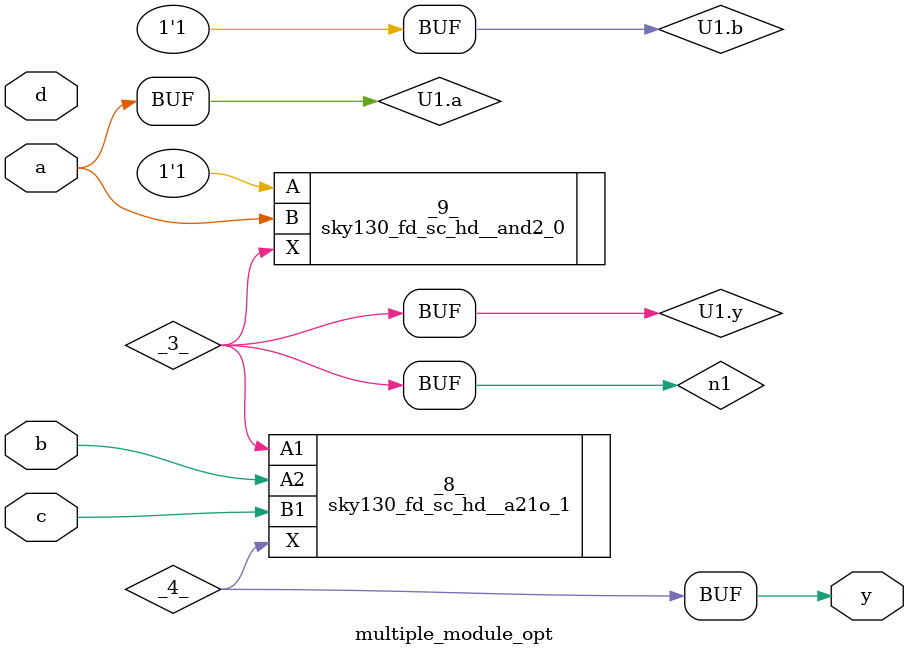
<source format=v>
/* Generated by Yosys 0.51+17 (git sha1 e44d1d404, g++ 9.4.0-1ubuntu1~20.04.2 -fPIC -O3) */

module multiple_module_opt(a, b, c, d, y);
  wire _0_;
  wire _1_;
  wire _2_;
  wire _3_;
  wire _4_;
  wire _5_;
  wire _6_;
  wire _7_;
  wire \U1.a ;
  wire \U1.b ;
  wire \U1.y ;
  input a;
  wire a;
  input b;
  wire b;
  input c;
  wire c;
  input d;
  wire d;
  wire n1;
  output y;
  wire y;
  sky130_fd_sc_hd__a21o_1 _8_ (
    .A1(_3_),
    .A2(_1_),
    .B1(_2_),
    .X(_4_)
  );
  sky130_fd_sc_hd__and2_0 _9_ (
    .A(_6_),
    .B(_5_),
    .X(_7_)
  );
  assign _3_ = n1;
  assign _1_ = b;
  assign _2_ = c;
  assign y = _4_;
  assign _6_ = \U1.b ;
  assign _5_ = \U1.a ;
  assign \U1.y  = _7_;
  assign \U1.a  = a;
  assign \U1.b  = 1'h1;
  assign n1 = \U1.y ;
endmodule

</source>
